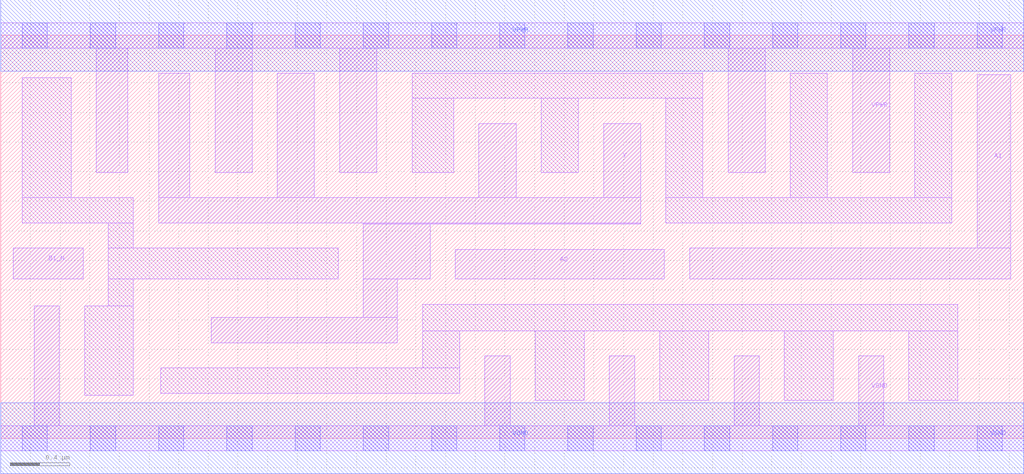
<source format=lef>
# Copyright 2020 The SkyWater PDK Authors
#
# Licensed under the Apache License, Version 2.0 (the "License");
# you may not use this file except in compliance with the License.
# You may obtain a copy of the License at
#
#     https://www.apache.org/licenses/LICENSE-2.0
#
# Unless required by applicable law or agreed to in writing, software
# distributed under the License is distributed on an "AS IS" BASIS,
# WITHOUT WARRANTIES OR CONDITIONS OF ANY KIND, either express or implied.
# See the License for the specific language governing permissions and
# limitations under the License.
#
# SPDX-License-Identifier: Apache-2.0

VERSION 5.7 ;
  NAMESCASESENSITIVE ON ;
  NOWIREEXTENSIONATPIN ON ;
  DIVIDERCHAR "/" ;
  BUSBITCHARS "[]" ;
UNITS
  DATABASE MICRONS 200 ;
END UNITS
MACRO sky130_fd_sc_hd__o21bai_4
  CLASS CORE ;
  SOURCE USER ;
  FOREIGN sky130_fd_sc_hd__o21bai_4 ;
  ORIGIN  0.000000  0.000000 ;
  SIZE  6.900000 BY  2.720000 ;
  SYMMETRY X Y R90 ;
  SITE unithd ;
  PIN A1
    ANTENNAGATEAREA  0.990000 ;
    DIRECTION INPUT ;
    USE SIGNAL ;
    PORT
      LAYER li1 ;
        RECT 4.645000 1.075000 6.810000 1.285000 ;
        RECT 6.585000 1.285000 6.810000 2.455000 ;
    END
  END A1
  PIN A2
    ANTENNAGATEAREA  0.990000 ;
    DIRECTION INPUT ;
    USE SIGNAL ;
    PORT
      LAYER li1 ;
        RECT 3.065000 1.075000 4.475000 1.275000 ;
    END
  END A2
  PIN B1_N
    ANTENNAGATEAREA  0.247500 ;
    DIRECTION INPUT ;
    USE SIGNAL ;
    PORT
      LAYER li1 ;
        RECT 0.085000 1.075000 0.555000 1.285000 ;
    END
  END B1_N
  PIN Y
    ANTENNADIFFAREA  1.431000 ;
    DIRECTION OUTPUT ;
    USE SIGNAL ;
    PORT
      LAYER li1 ;
        RECT 1.065000 1.455000 4.315000 1.625000 ;
        RECT 1.065000 1.625000 1.275000 2.465000 ;
        RECT 1.420000 0.645000 2.675000 0.815000 ;
        RECT 1.865000 1.625000 2.115000 2.465000 ;
        RECT 2.445000 0.815000 2.675000 1.075000 ;
        RECT 2.445000 1.075000 2.895000 1.445000 ;
        RECT 2.445000 1.445000 4.315000 1.455000 ;
        RECT 3.225000 1.625000 3.475000 2.125000 ;
        RECT 4.065000 1.625000 4.315000 2.125000 ;
    END
  END Y
  PIN VGND
    DIRECTION INOUT ;
    SHAPE ABUTMENT ;
    USE GROUND ;
    PORT
      LAYER li1 ;
        RECT 0.000000 -0.085000 6.900000 0.085000 ;
        RECT 0.225000  0.085000 0.395000 0.895000 ;
        RECT 3.265000  0.085000 3.435000 0.555000 ;
        RECT 4.105000  0.085000 4.275000 0.555000 ;
        RECT 4.945000  0.085000 5.115000 0.555000 ;
        RECT 5.785000  0.085000 5.955000 0.555000 ;
      LAYER mcon ;
        RECT 0.145000 -0.085000 0.315000 0.085000 ;
        RECT 0.605000 -0.085000 0.775000 0.085000 ;
        RECT 1.065000 -0.085000 1.235000 0.085000 ;
        RECT 1.525000 -0.085000 1.695000 0.085000 ;
        RECT 1.985000 -0.085000 2.155000 0.085000 ;
        RECT 2.445000 -0.085000 2.615000 0.085000 ;
        RECT 2.905000 -0.085000 3.075000 0.085000 ;
        RECT 3.365000 -0.085000 3.535000 0.085000 ;
        RECT 3.825000 -0.085000 3.995000 0.085000 ;
        RECT 4.285000 -0.085000 4.455000 0.085000 ;
        RECT 4.745000 -0.085000 4.915000 0.085000 ;
        RECT 5.205000 -0.085000 5.375000 0.085000 ;
        RECT 5.665000 -0.085000 5.835000 0.085000 ;
        RECT 6.125000 -0.085000 6.295000 0.085000 ;
        RECT 6.585000 -0.085000 6.755000 0.085000 ;
      LAYER met1 ;
        RECT 0.000000 -0.240000 6.900000 0.240000 ;
    END
  END VGND
  PIN VPWR
    DIRECTION INOUT ;
    SHAPE ABUTMENT ;
    USE POWER ;
    PORT
      LAYER li1 ;
        RECT 0.000000 2.635000 6.900000 2.805000 ;
        RECT 0.645000 1.795000 0.855000 2.635000 ;
        RECT 1.445000 1.795000 1.695000 2.635000 ;
        RECT 2.285000 1.795000 2.535000 2.635000 ;
        RECT 4.905000 1.795000 5.155000 2.635000 ;
        RECT 5.745000 1.795000 5.995000 2.635000 ;
      LAYER mcon ;
        RECT 0.145000 2.635000 0.315000 2.805000 ;
        RECT 0.605000 2.635000 0.775000 2.805000 ;
        RECT 1.065000 2.635000 1.235000 2.805000 ;
        RECT 1.525000 2.635000 1.695000 2.805000 ;
        RECT 1.985000 2.635000 2.155000 2.805000 ;
        RECT 2.445000 2.635000 2.615000 2.805000 ;
        RECT 2.905000 2.635000 3.075000 2.805000 ;
        RECT 3.365000 2.635000 3.535000 2.805000 ;
        RECT 3.825000 2.635000 3.995000 2.805000 ;
        RECT 4.285000 2.635000 4.455000 2.805000 ;
        RECT 4.745000 2.635000 4.915000 2.805000 ;
        RECT 5.205000 2.635000 5.375000 2.805000 ;
        RECT 5.665000 2.635000 5.835000 2.805000 ;
        RECT 6.125000 2.635000 6.295000 2.805000 ;
        RECT 6.585000 2.635000 6.755000 2.805000 ;
      LAYER met1 ;
        RECT 0.000000 2.480000 6.900000 2.960000 ;
    END
  END VPWR
  OBS
    LAYER li1 ;
      RECT 0.145000 1.455000 0.895000 1.625000 ;
      RECT 0.145000 1.625000 0.475000 2.435000 ;
      RECT 0.565000 0.290000 0.895000 0.895000 ;
      RECT 0.725000 0.895000 0.895000 1.075000 ;
      RECT 0.725000 1.075000 2.275000 1.285000 ;
      RECT 0.725000 1.285000 0.895000 1.455000 ;
      RECT 1.080000 0.305000 3.095000 0.475000 ;
      RECT 2.775000 1.795000 3.055000 2.295000 ;
      RECT 2.775000 2.295000 4.735000 2.465000 ;
      RECT 2.845000 0.475000 3.095000 0.725000 ;
      RECT 2.845000 0.725000 6.455000 0.905000 ;
      RECT 3.605000 0.255000 3.935000 0.725000 ;
      RECT 3.645000 1.795000 3.895000 2.295000 ;
      RECT 4.445000 0.255000 4.775000 0.725000 ;
      RECT 4.485000 1.455000 6.415000 1.625000 ;
      RECT 4.485000 1.625000 4.735000 2.295000 ;
      RECT 5.285000 0.255000 5.615000 0.725000 ;
      RECT 5.325000 1.625000 5.575000 2.465000 ;
      RECT 6.125000 0.255000 6.455000 0.725000 ;
      RECT 6.165000 1.625000 6.415000 2.465000 ;
  END
END sky130_fd_sc_hd__o21bai_4

</source>
